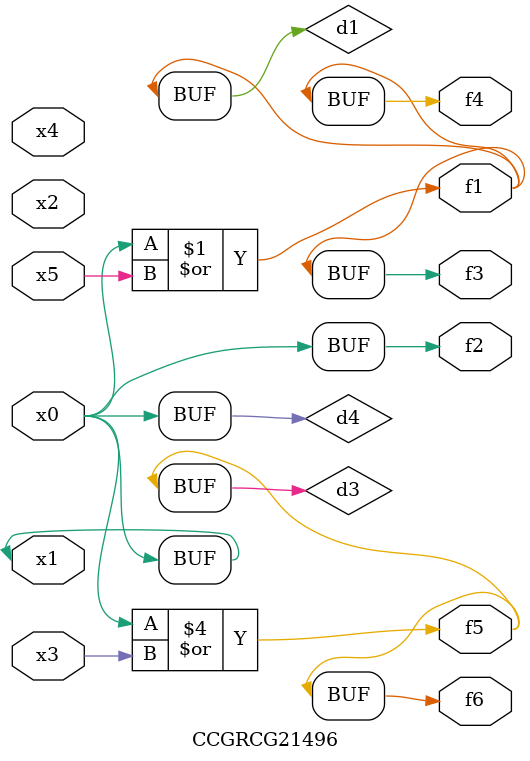
<source format=v>
module CCGRCG21496(
	input x0, x1, x2, x3, x4, x5,
	output f1, f2, f3, f4, f5, f6
);

	wire d1, d2, d3, d4;

	or (d1, x0, x5);
	xnor (d2, x1, x4);
	or (d3, x0, x3);
	buf (d4, x0, x1);
	assign f1 = d1;
	assign f2 = d4;
	assign f3 = d1;
	assign f4 = d1;
	assign f5 = d3;
	assign f6 = d3;
endmodule

</source>
